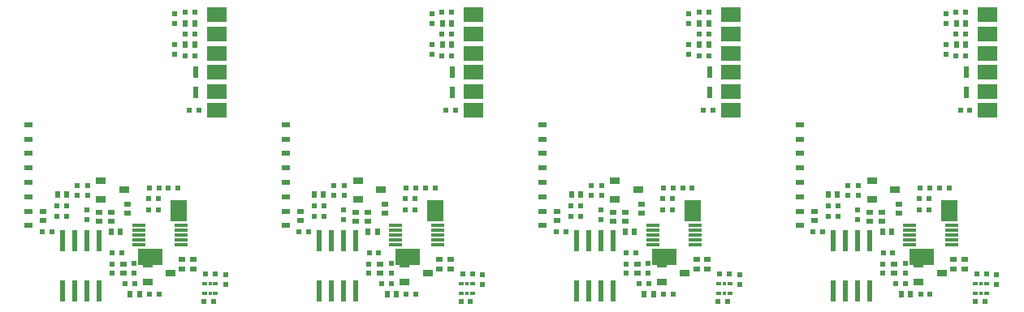
<source format=gbp>
G04*
G04 #@! TF.GenerationSoftware,Altium Limited,Altium Designer,20.1.14 (287)*
G04*
G04 Layer_Color=128*
%FSAX25Y25*%
%MOIN*%
G70*
G04*
G04 #@! TF.SameCoordinates,1876172F-CBA1-4FB9-98D7-45F53F2F45AF*
G04*
G04*
G04 #@! TF.FilePolarity,Positive*
G04*
G01*
G75*
%ADD14R,0.03543X0.02362*%
%ADD18R,0.01968X0.02362*%
%ADD19R,0.03937X0.03150*%
%ADD20R,0.02362X0.01968*%
%ADD33R,0.07087X0.08661*%
%ADD34R,0.09843X0.07087*%
%ADD35R,0.02362X0.02520*%
%ADD36R,0.02520X0.02362*%
%ADD37R,0.02087X0.04921*%
%ADD38R,0.02362X0.08661*%
%ADD39R,0.02362X0.08661*%
%ADD40R,0.05709X0.01181*%
%ADD41R,0.01968X0.01575*%
%ADD42R,0.01181X0.01575*%
%ADD43R,0.07874X0.05906*%
D14*
X0374144Y0434132D02*
D03*
Y0428227D02*
D03*
Y0445943D02*
D03*
Y0440037D02*
D03*
Y0457951D02*
D03*
Y0452045D02*
D03*
Y0469762D02*
D03*
Y0463856D02*
D03*
X0479657Y0434132D02*
D03*
Y0428227D02*
D03*
Y0445943D02*
D03*
Y0440037D02*
D03*
Y0457951D02*
D03*
Y0452045D02*
D03*
Y0469762D02*
D03*
Y0463856D02*
D03*
X0585170Y0434132D02*
D03*
Y0428227D02*
D03*
Y0445943D02*
D03*
Y0440037D02*
D03*
Y0457951D02*
D03*
Y0452045D02*
D03*
Y0469762D02*
D03*
Y0463856D02*
D03*
X0690683Y0434132D02*
D03*
Y0428227D02*
D03*
Y0445943D02*
D03*
Y0440037D02*
D03*
Y0457951D02*
D03*
Y0452045D02*
D03*
Y0469762D02*
D03*
Y0463856D02*
D03*
D18*
X0440010Y0475589D02*
D03*
X0443947D02*
D03*
X0438277Y0507085D02*
D03*
X0442214D02*
D03*
X0438317Y0516022D02*
D03*
X0442254D02*
D03*
X0438277Y0498187D02*
D03*
X0442214D02*
D03*
X0412293Y0417045D02*
D03*
X0408356D02*
D03*
X0389695Y0436494D02*
D03*
X0385758D02*
D03*
X0389695Y0432203D02*
D03*
X0385758D02*
D03*
X0383593Y0425864D02*
D03*
X0379656D02*
D03*
X0413632Y0404486D02*
D03*
X0417569D02*
D03*
X0431506Y0443699D02*
D03*
X0435443D02*
D03*
X0427569D02*
D03*
X0423632D02*
D03*
X0423317Y0434880D02*
D03*
X0427254D02*
D03*
X0427254Y0439250D02*
D03*
X0423317D02*
D03*
X0450758Y0408345D02*
D03*
X0446821D02*
D03*
X0450010Y0396963D02*
D03*
X0446073D02*
D03*
X0423671Y0400156D02*
D03*
X0427608D02*
D03*
X0545523Y0475589D02*
D03*
X0549460D02*
D03*
X0543791Y0507085D02*
D03*
X0547728D02*
D03*
X0543830Y0516022D02*
D03*
X0547767D02*
D03*
X0543791Y0498187D02*
D03*
X0547728D02*
D03*
X0517806Y0417045D02*
D03*
X0513869D02*
D03*
X0495208Y0436494D02*
D03*
X0491271D02*
D03*
X0495208Y0432203D02*
D03*
X0491271D02*
D03*
X0489106Y0425864D02*
D03*
X0485169D02*
D03*
X0519145Y0404486D02*
D03*
X0523082D02*
D03*
X0537019Y0443699D02*
D03*
X0540956D02*
D03*
X0533082D02*
D03*
X0529145D02*
D03*
X0528830Y0434880D02*
D03*
X0532767D02*
D03*
X0532767Y0439250D02*
D03*
X0528830D02*
D03*
X0556271Y0408345D02*
D03*
X0552334D02*
D03*
X0555523Y0396963D02*
D03*
X0551586D02*
D03*
X0529184Y0400156D02*
D03*
X0533121D02*
D03*
X0651036Y0475589D02*
D03*
X0654973D02*
D03*
X0649304Y0507085D02*
D03*
X0653241D02*
D03*
X0649343Y0516022D02*
D03*
X0653280D02*
D03*
X0649304Y0498187D02*
D03*
X0653241D02*
D03*
X0623320Y0417045D02*
D03*
X0619383D02*
D03*
X0600721Y0436494D02*
D03*
X0596784D02*
D03*
X0600721Y0432203D02*
D03*
X0596784D02*
D03*
X0594619Y0425864D02*
D03*
X0590682D02*
D03*
X0624658Y0404486D02*
D03*
X0628595D02*
D03*
X0642532Y0443699D02*
D03*
X0646469D02*
D03*
X0638595D02*
D03*
X0634658D02*
D03*
X0634343Y0434880D02*
D03*
X0638280D02*
D03*
X0638280Y0439250D02*
D03*
X0634343D02*
D03*
X0661784Y0408345D02*
D03*
X0657847D02*
D03*
X0661036Y0396963D02*
D03*
X0657099D02*
D03*
X0634698Y0400156D02*
D03*
X0638635D02*
D03*
X0756550Y0475589D02*
D03*
X0760487D02*
D03*
X0754817Y0507085D02*
D03*
X0758754D02*
D03*
X0754856Y0516022D02*
D03*
X0758793D02*
D03*
X0754817Y0498187D02*
D03*
X0758754D02*
D03*
X0728833Y0417045D02*
D03*
X0724896D02*
D03*
X0706235Y0436494D02*
D03*
X0702297D02*
D03*
X0706235Y0432203D02*
D03*
X0702297D02*
D03*
X0700132Y0425864D02*
D03*
X0696195D02*
D03*
X0730171Y0404486D02*
D03*
X0734108D02*
D03*
X0748045Y0443699D02*
D03*
X0751982D02*
D03*
X0744108D02*
D03*
X0740171D02*
D03*
X0739856Y0434880D02*
D03*
X0743794D02*
D03*
X0743793Y0439250D02*
D03*
X0739856D02*
D03*
X0767298Y0408345D02*
D03*
X0763361D02*
D03*
X0766549Y0396963D02*
D03*
X0762612D02*
D03*
X0740211Y0400156D02*
D03*
X0744148D02*
D03*
D19*
X0413238Y0442911D02*
D03*
X0403789Y0446652D02*
D03*
Y0439171D02*
D03*
X0432372Y0408778D02*
D03*
X0422923Y0412518D02*
D03*
Y0405037D02*
D03*
X0518751Y0442911D02*
D03*
X0509303Y0446652D02*
D03*
Y0439171D02*
D03*
X0537885Y0408778D02*
D03*
X0528436Y0412518D02*
D03*
Y0405037D02*
D03*
X0624265Y0442911D02*
D03*
X0614816Y0446652D02*
D03*
Y0439171D02*
D03*
X0643398Y0408778D02*
D03*
X0633950Y0412518D02*
D03*
Y0405037D02*
D03*
X0729778Y0442911D02*
D03*
X0720329Y0446652D02*
D03*
Y0439171D02*
D03*
X0748912Y0408778D02*
D03*
X0739463Y0412518D02*
D03*
Y0405037D02*
D03*
D20*
X0393907Y0444801D02*
D03*
Y0440864D02*
D03*
X0434144Y0502597D02*
D03*
Y0498660D02*
D03*
Y0511534D02*
D03*
Y0515471D02*
D03*
X0454970Y0407990D02*
D03*
Y0404053D02*
D03*
X0397884Y0430825D02*
D03*
Y0434762D02*
D03*
X0398317Y0440864D02*
D03*
Y0444801D02*
D03*
X0408238Y0412557D02*
D03*
Y0408620D02*
D03*
X0417372Y0412636D02*
D03*
Y0408699D02*
D03*
X0499421Y0444801D02*
D03*
Y0440864D02*
D03*
X0539657Y0502597D02*
D03*
Y0498660D02*
D03*
Y0511534D02*
D03*
Y0515471D02*
D03*
X0560484Y0407990D02*
D03*
Y0404053D02*
D03*
X0503397Y0430825D02*
D03*
Y0434762D02*
D03*
X0503830Y0440864D02*
D03*
Y0444801D02*
D03*
X0513751Y0412557D02*
D03*
Y0408620D02*
D03*
X0522885Y0412636D02*
D03*
Y0408699D02*
D03*
X0604934Y0444801D02*
D03*
Y0440864D02*
D03*
X0645170Y0502597D02*
D03*
Y0498660D02*
D03*
Y0511534D02*
D03*
Y0515471D02*
D03*
X0665997Y0407990D02*
D03*
Y0404053D02*
D03*
X0608910Y0430825D02*
D03*
Y0434762D02*
D03*
X0609343Y0440864D02*
D03*
Y0444801D02*
D03*
X0619265Y0412557D02*
D03*
Y0408620D02*
D03*
X0628398Y0412636D02*
D03*
Y0408699D02*
D03*
X0710447Y0444801D02*
D03*
Y0440864D02*
D03*
X0750683Y0502597D02*
D03*
Y0498660D02*
D03*
Y0511534D02*
D03*
Y0515471D02*
D03*
X0771510Y0407990D02*
D03*
Y0404053D02*
D03*
X0714424Y0430825D02*
D03*
Y0434762D02*
D03*
X0714856Y0440864D02*
D03*
Y0444801D02*
D03*
X0724778Y0412557D02*
D03*
Y0408620D02*
D03*
X0733912Y0412636D02*
D03*
Y0408699D02*
D03*
D33*
X0435625Y0434255D02*
D03*
X0541138D02*
D03*
X0646652D02*
D03*
X0752165D02*
D03*
D34*
X0424061Y0415265D02*
D03*
X0529574D02*
D03*
X0635088D02*
D03*
X0740601D02*
D03*
D35*
X0419537Y0400156D02*
D03*
X0415758D02*
D03*
X0408002Y0425785D02*
D03*
X0411782D02*
D03*
X0438435Y0502636D02*
D03*
X0442214D02*
D03*
X0438474Y0511534D02*
D03*
X0442254D02*
D03*
X0389655Y0440904D02*
D03*
X0385876D02*
D03*
X0525051Y0400156D02*
D03*
X0521271D02*
D03*
X0513515Y0425785D02*
D03*
X0517295D02*
D03*
X0543948Y0502636D02*
D03*
X0547728D02*
D03*
X0543988Y0511534D02*
D03*
X0547767D02*
D03*
X0495169Y0440904D02*
D03*
X0491389D02*
D03*
X0630564Y0400156D02*
D03*
X0626784D02*
D03*
X0619028Y0425785D02*
D03*
X0622808D02*
D03*
X0649461Y0502636D02*
D03*
X0653241D02*
D03*
X0649501Y0511534D02*
D03*
X0653280D02*
D03*
X0600682Y0440904D02*
D03*
X0596902D02*
D03*
X0736077Y0400156D02*
D03*
X0732298D02*
D03*
X0724542Y0425785D02*
D03*
X0728321D02*
D03*
X0754975Y0502636D02*
D03*
X0758754D02*
D03*
X0755014Y0511534D02*
D03*
X0758794D02*
D03*
X0706195Y0440904D02*
D03*
X0702416D02*
D03*
D36*
X0407963Y0430077D02*
D03*
Y0433856D02*
D03*
X0402923Y0430077D02*
D03*
Y0433856D02*
D03*
X0380049Y0430274D02*
D03*
Y0434053D02*
D03*
X0412923Y0408660D02*
D03*
Y0412439D02*
D03*
X0441703Y0414290D02*
D03*
Y0410510D02*
D03*
X0437175Y0414290D02*
D03*
Y0410510D02*
D03*
X0414813Y0433384D02*
D03*
Y0437163D02*
D03*
X0513476Y0430077D02*
D03*
Y0433856D02*
D03*
X0508436Y0430077D02*
D03*
Y0433856D02*
D03*
X0485562Y0430274D02*
D03*
Y0434053D02*
D03*
X0518436Y0408660D02*
D03*
Y0412439D02*
D03*
X0547216Y0414290D02*
D03*
Y0410510D02*
D03*
X0542688Y0414290D02*
D03*
Y0410510D02*
D03*
X0520326Y0433384D02*
D03*
Y0437163D02*
D03*
X0618989Y0430077D02*
D03*
Y0433856D02*
D03*
X0613950Y0430077D02*
D03*
Y0433856D02*
D03*
X0591076Y0430274D02*
D03*
Y0434053D02*
D03*
X0623950Y0408660D02*
D03*
Y0412439D02*
D03*
X0652729Y0414290D02*
D03*
Y0410510D02*
D03*
X0648202Y0414290D02*
D03*
Y0410510D02*
D03*
X0625839Y0433384D02*
D03*
Y0437163D02*
D03*
X0724502Y0430077D02*
D03*
Y0433856D02*
D03*
X0719463Y0430077D02*
D03*
Y0433856D02*
D03*
X0696589Y0430274D02*
D03*
Y0434053D02*
D03*
X0729463Y0408660D02*
D03*
Y0412439D02*
D03*
X0758242Y0414290D02*
D03*
Y0410510D02*
D03*
X0753715Y0414290D02*
D03*
Y0410510D02*
D03*
X0731353Y0433384D02*
D03*
Y0437163D02*
D03*
D37*
X0442529Y0483010D02*
D03*
Y0491474D02*
D03*
X0548043Y0483010D02*
D03*
Y0491474D02*
D03*
X0653556Y0483010D02*
D03*
Y0491474D02*
D03*
X0759069Y0483010D02*
D03*
Y0491474D02*
D03*
D38*
X0397903Y0401455D02*
D03*
X0392903D02*
D03*
X0387903D02*
D03*
X0402904Y0421927D02*
D03*
X0397903D02*
D03*
X0392903D02*
D03*
X0387903D02*
D03*
X0503417Y0401455D02*
D03*
X0498417D02*
D03*
X0493417D02*
D03*
X0508417Y0421927D02*
D03*
X0503417D02*
D03*
X0498417D02*
D03*
X0493417D02*
D03*
X0608930Y0401455D02*
D03*
X0603930D02*
D03*
X0598930D02*
D03*
X0613930Y0421927D02*
D03*
X0608930D02*
D03*
X0603930D02*
D03*
X0598930D02*
D03*
X0714443Y0401455D02*
D03*
X0709443D02*
D03*
X0704443D02*
D03*
X0719443Y0421927D02*
D03*
X0714443D02*
D03*
X0709443D02*
D03*
X0704443D02*
D03*
D39*
X0402904Y0401455D02*
D03*
X0508417D02*
D03*
X0613930D02*
D03*
X0719443D02*
D03*
D40*
X0419301Y0420352D02*
D03*
Y0422321D02*
D03*
Y0424290D02*
D03*
Y0426258D02*
D03*
Y0428227D02*
D03*
X0436624D02*
D03*
Y0426258D02*
D03*
Y0424290D02*
D03*
Y0422321D02*
D03*
Y0420352D02*
D03*
X0524814D02*
D03*
Y0422321D02*
D03*
Y0424290D02*
D03*
Y0426258D02*
D03*
Y0428227D02*
D03*
X0542137D02*
D03*
Y0426258D02*
D03*
Y0424290D02*
D03*
Y0422321D02*
D03*
Y0420352D02*
D03*
X0630328D02*
D03*
Y0422321D02*
D03*
Y0424290D02*
D03*
Y0426258D02*
D03*
Y0428227D02*
D03*
X0647650D02*
D03*
Y0426258D02*
D03*
Y0424290D02*
D03*
Y0422321D02*
D03*
Y0420352D02*
D03*
X0735841D02*
D03*
Y0422321D02*
D03*
Y0424290D02*
D03*
Y0426258D02*
D03*
Y0428227D02*
D03*
X0753164D02*
D03*
Y0426258D02*
D03*
Y0424290D02*
D03*
Y0422321D02*
D03*
Y0420352D02*
D03*
D41*
X0450837Y0404408D02*
D03*
X0446270D02*
D03*
X0450837Y0400471D02*
D03*
X0446270D02*
D03*
X0556350Y0404408D02*
D03*
X0551783D02*
D03*
X0556350Y0400471D02*
D03*
X0551783D02*
D03*
X0661863Y0404408D02*
D03*
X0657296D02*
D03*
X0661863Y0400471D02*
D03*
X0657296D02*
D03*
X0767376Y0404408D02*
D03*
X0762809D02*
D03*
X0767376Y0400471D02*
D03*
X0762809D02*
D03*
D42*
X0448553Y0404408D02*
D03*
Y0400471D02*
D03*
X0554066Y0404408D02*
D03*
Y0400471D02*
D03*
X0659580Y0404408D02*
D03*
Y0400471D02*
D03*
X0765093Y0404408D02*
D03*
Y0400471D02*
D03*
D43*
X0451309Y0475589D02*
D03*
Y0499211D02*
D03*
Y0514959D02*
D03*
Y0507085D02*
D03*
Y0491337D02*
D03*
Y0483463D02*
D03*
X0556822Y0475589D02*
D03*
Y0499211D02*
D03*
Y0514959D02*
D03*
Y0507085D02*
D03*
Y0491337D02*
D03*
Y0483463D02*
D03*
X0662335Y0475589D02*
D03*
Y0499211D02*
D03*
Y0514959D02*
D03*
Y0507085D02*
D03*
Y0491337D02*
D03*
Y0483463D02*
D03*
X0767849Y0475589D02*
D03*
Y0499211D02*
D03*
Y0514959D02*
D03*
Y0507085D02*
D03*
Y0491337D02*
D03*
Y0483463D02*
D03*
M02*

</source>
